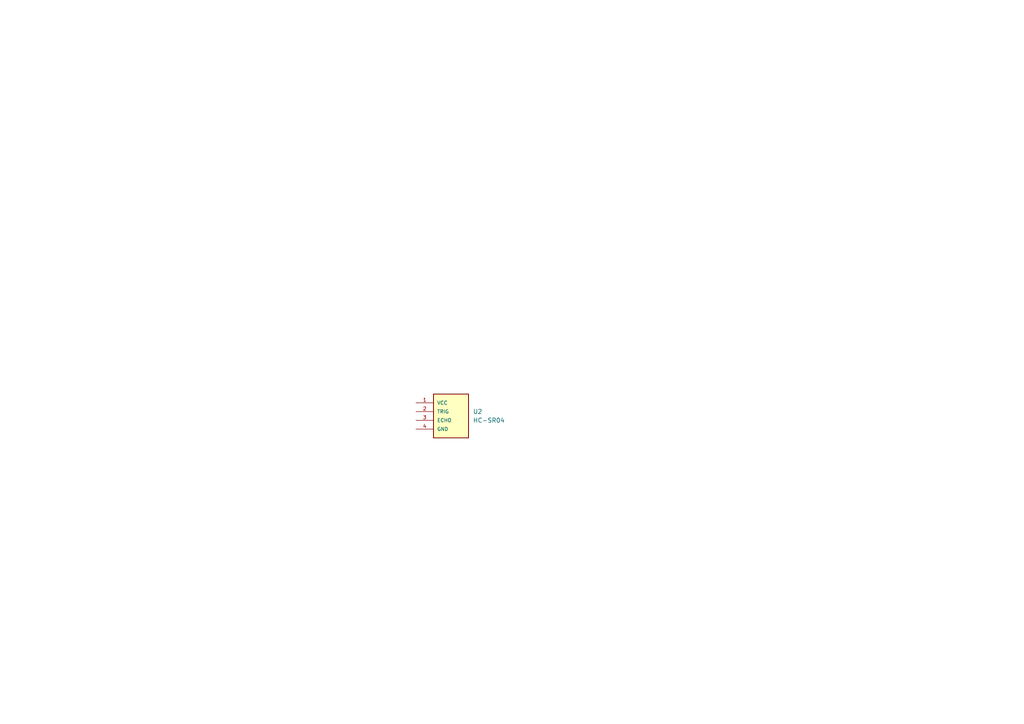
<source format=kicad_sch>
(kicad_sch (version 20230121) (generator eeschema)
  (paper "A4")
  (title_block (title "AutoDistance") (date "2023-09-29") (rev "A") (company "FLAN's Lab"))
  (lib_symbols
    (symbol "mySensors:HC-SR04" (pin_names (offset 1.016))
      (property "Reference" "U" (at 0 5.0813 0))
      (property "Value" "HC-SR04" (at 0 -10.163 0))
      (symbol "HC-SR04_0_0"
        (rectangle (start 0 -7.62) (end 10.16 5.08) (stroke (width 0.254)) (fill (type background)))
        (pin power_in line (at -5.08 2.54 0) (length 5.08) (name "VCC") (number "1"))
        (pin bidirectional line (at -5.08 0 0) (length 5.08) (name "TRIG") (number "2"))
        (pin bidirectional line (at -5.08 -2.54 0) (length 5.08) (name "ECHO") (number "3"))
        (pin power_in line (at -5.08 -5.08 0) (length 5.08) (name "GND") (number "4"))
      )
    )
  )
  (symbol (lib_id "mySensors:HC-SR04") (at 125.73 119.38 0) (unit 1)
    (property "Reference" "U2" (at 137.16 119.38 0) (effects (justify left)))
    (property "Value" "HC-SR04" (at 137.16 121.92 0) (effects (justify left)))
    (property "Footprint" "HC-SR04:XCVR_HC-SR04" (effects hide))
    (property "MF" "OSEPP Electronics" (effects hide))
    (property "Description" "\nUltrasonic Sensor Module,Rectangular,20-4000 mm,5 V,15 mA,Arduino Compatible | OSEPP HC-SR04\n" (effects hide))
    (property "Package" "None" (effects hide))
    (property "Price" "None" (effects hide))
    (property "Check_prices" "https://www.snapeda.com/parts/HC-SR04/Applied+Avionics/view-part/?ref=eda" (effects hide))
    (property "SnapEDA_Link" "https://www.snapeda.com/parts/HC-SR04/Applied+Avionics/view-part/?ref=snap" (effects hide))
    (property "MP" "HC-SR04" (effects hide))
    (property "Purchase-URL" "https://www.snapeda.com/api/url_track_click_mouser/?unipart_id=4502985&manufacturer=OSEPP Electronics&part_name=HC-SR04&search_term=hcsr04" (effects hide))
    (property "Availability" "In Stock" (effects hide))
    (property "MANUFACTURER" "Osepp" (effects hide))
  )
)
</source>
